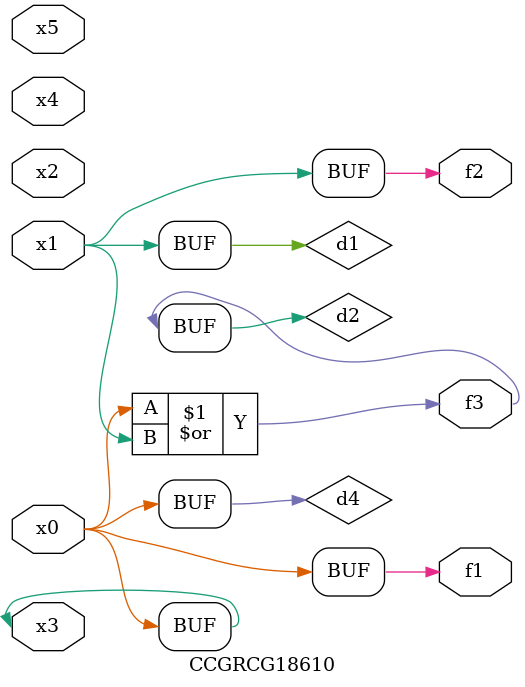
<source format=v>
module CCGRCG18610(
	input x0, x1, x2, x3, x4, x5,
	output f1, f2, f3
);

	wire d1, d2, d3, d4;

	and (d1, x1);
	or (d2, x0, x1);
	nand (d3, x0, x5);
	buf (d4, x0, x3);
	assign f1 = d4;
	assign f2 = d1;
	assign f3 = d2;
endmodule

</source>
